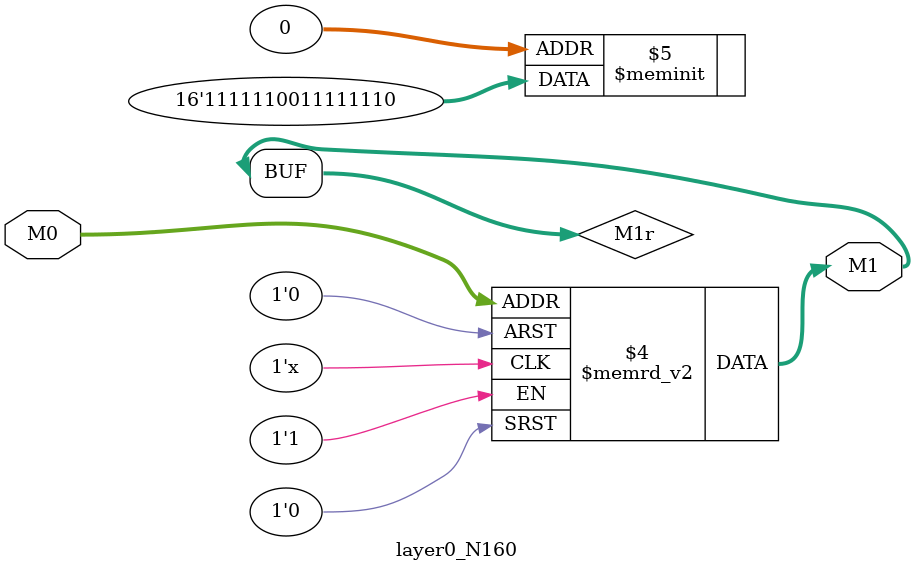
<source format=v>
module layer0_N160 ( input [2:0] M0, output [1:0] M1 );

	(*rom_style = "distributed" *) reg [1:0] M1r;
	assign M1 = M1r;
	always @ (M0) begin
		case (M0)
			3'b000: M1r = 2'b10;
			3'b100: M1r = 2'b00;
			3'b010: M1r = 2'b11;
			3'b110: M1r = 2'b11;
			3'b001: M1r = 2'b11;
			3'b101: M1r = 2'b11;
			3'b011: M1r = 2'b11;
			3'b111: M1r = 2'b11;

		endcase
	end
endmodule

</source>
